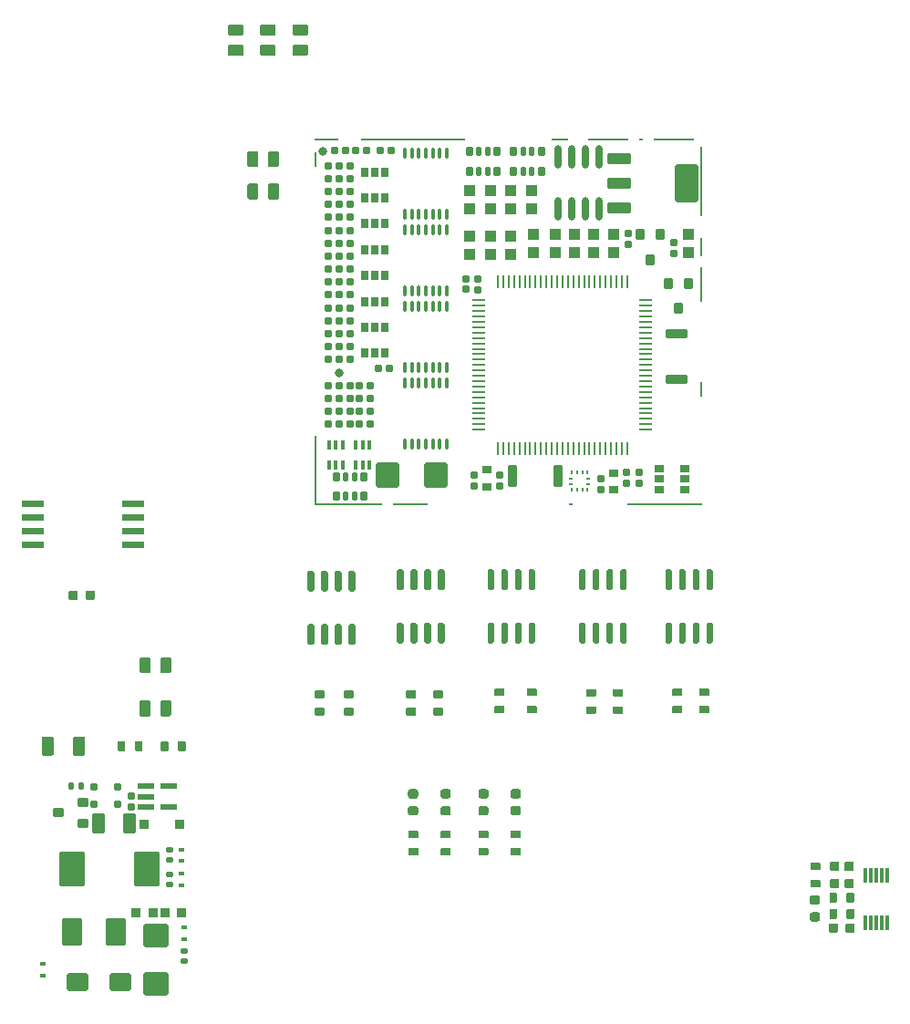
<source format=gtp>
G75*
G70*
%OFA0B0*%
%FSLAX25Y25*%
%IPPOS*%
%LPD*%
%AMOC8*
5,1,8,0,0,1.08239X$1,22.5*
%
%AMM208*
21,1,0.025590,0.026380,0.000000,-0.000000,180.000000*
21,1,0.020470,0.031500,0.000000,-0.000000,180.000000*
1,1,0.005120,-0.010240,0.013190*
1,1,0.005120,0.010240,0.013190*
1,1,0.005120,0.010240,-0.013190*
1,1,0.005120,-0.010240,-0.013190*
%
%AMM209*
21,1,0.017720,0.027950,0.000000,-0.000000,180.000000*
21,1,0.014170,0.031500,0.000000,-0.000000,180.000000*
1,1,0.003540,-0.007090,0.013980*
1,1,0.003540,0.007090,0.013980*
1,1,0.003540,0.007090,-0.013980*
1,1,0.003540,-0.007090,-0.013980*
%
%AMM210*
21,1,0.012600,0.028980,0.000000,-0.000000,0.000000*
21,1,0.010080,0.031500,0.000000,-0.000000,0.000000*
1,1,0.002520,0.005040,-0.014490*
1,1,0.002520,-0.005040,-0.014490*
1,1,0.002520,-0.005040,0.014490*
1,1,0.002520,0.005040,0.014490*
%
%AMM211*
21,1,0.023620,0.030710,0.000000,-0.000000,90.000000*
21,1,0.018900,0.035430,0.000000,-0.000000,90.000000*
1,1,0.004720,0.015350,0.009450*
1,1,0.004720,0.015350,-0.009450*
1,1,0.004720,-0.015350,-0.009450*
1,1,0.004720,-0.015350,0.009450*
%
%AMM212*
21,1,0.027560,0.018900,0.000000,-0.000000,0.000000*
21,1,0.022840,0.023620,0.000000,-0.000000,0.000000*
1,1,0.004720,0.011420,-0.009450*
1,1,0.004720,-0.011420,-0.009450*
1,1,0.004720,-0.011420,0.009450*
1,1,0.004720,0.011420,0.009450*
%
%AMM213*
21,1,0.031500,0.072440,0.000000,-0.000000,0.000000*
21,1,0.025200,0.078740,0.000000,-0.000000,0.000000*
1,1,0.006300,0.012600,-0.036220*
1,1,0.006300,-0.012600,-0.036220*
1,1,0.006300,-0.012600,0.036220*
1,1,0.006300,0.012600,0.036220*
%
%AMM214*
21,1,0.027560,0.018900,0.000000,-0.000000,90.000000*
21,1,0.022840,0.023620,0.000000,-0.000000,90.000000*
1,1,0.004720,0.009450,0.011420*
1,1,0.004720,0.009450,-0.011420*
1,1,0.004720,-0.009450,-0.011420*
1,1,0.004720,-0.009450,0.011420*
%
%AMM215*
21,1,0.023620,0.030710,0.000000,-0.000000,180.000000*
21,1,0.018900,0.035430,0.000000,-0.000000,180.000000*
1,1,0.004720,-0.009450,0.015350*
1,1,0.004720,0.009450,0.015350*
1,1,0.004720,0.009450,-0.015350*
1,1,0.004720,-0.009450,-0.015350*
%
%AMM216*
21,1,0.035430,0.030320,0.000000,-0.000000,180.000000*
21,1,0.028350,0.037400,0.000000,-0.000000,180.000000*
1,1,0.007090,-0.014170,0.015160*
1,1,0.007090,0.014170,0.015160*
1,1,0.007090,0.014170,-0.015160*
1,1,0.007090,-0.014170,-0.015160*
%
%AMM217*
21,1,0.043310,0.075980,0.000000,-0.000000,270.000000*
21,1,0.034650,0.084650,0.000000,-0.000000,270.000000*
1,1,0.008660,-0.037990,-0.017320*
1,1,0.008660,-0.037990,0.017320*
1,1,0.008660,0.037990,0.017320*
1,1,0.008660,0.037990,-0.017320*
%
%AMM218*
21,1,0.039370,0.035430,0.000000,-0.000000,270.000000*
21,1,0.031500,0.043310,0.000000,-0.000000,270.000000*
1,1,0.007870,-0.017720,-0.015750*
1,1,0.007870,-0.017720,0.015750*
1,1,0.007870,0.017720,0.015750*
1,1,0.007870,0.017720,-0.015750*
%
%AMM219*
21,1,0.027560,0.030710,0.000000,-0.000000,270.000000*
21,1,0.022050,0.036220,0.000000,-0.000000,270.000000*
1,1,0.005510,-0.015350,-0.011020*
1,1,0.005510,-0.015350,0.011020*
1,1,0.005510,0.015350,0.011020*
1,1,0.005510,0.015350,-0.011020*
%
%AMM220*
21,1,0.031500,0.072440,0.000000,-0.000000,270.000000*
21,1,0.025200,0.078740,0.000000,-0.000000,270.000000*
1,1,0.006300,-0.036220,-0.012600*
1,1,0.006300,-0.036220,0.012600*
1,1,0.006300,0.036220,0.012600*
1,1,0.006300,0.036220,-0.012600*
%
%AMM221*
21,1,0.137800,0.067720,0.000000,-0.000000,270.000000*
21,1,0.120870,0.084650,0.000000,-0.000000,270.000000*
1,1,0.016930,-0.033860,-0.060430*
1,1,0.016930,-0.033860,0.060430*
1,1,0.016930,0.033860,0.060430*
1,1,0.016930,0.033860,-0.060430*
%
%AMM222*
21,1,0.043310,0.075990,0.000000,-0.000000,270.000000*
21,1,0.034650,0.084650,0.000000,-0.000000,270.000000*
1,1,0.008660,-0.037990,-0.017320*
1,1,0.008660,-0.037990,0.017320*
1,1,0.008660,0.037990,0.017320*
1,1,0.008660,0.037990,-0.017320*
%
%AMM223*
21,1,0.086610,0.073230,0.000000,-0.000000,0.000000*
21,1,0.069290,0.090550,0.000000,-0.000000,0.000000*
1,1,0.017320,0.034650,-0.036610*
1,1,0.017320,-0.034650,-0.036610*
1,1,0.017320,-0.034650,0.036610*
1,1,0.017320,0.034650,0.036610*
%
%AMM36*
21,1,0.033470,0.026770,0.000000,0.000000,0.000000*
21,1,0.026770,0.033470,0.000000,0.000000,0.000000*
1,1,0.006690,0.013390,-0.013390*
1,1,0.006690,-0.013390,-0.013390*
1,1,0.006690,-0.013390,0.013390*
1,1,0.006690,0.013390,0.013390*
%
%AMM42*
21,1,0.035830,0.026770,0.000000,0.000000,0.000000*
21,1,0.029130,0.033470,0.000000,0.000000,0.000000*
1,1,0.006690,0.014570,-0.013390*
1,1,0.006690,-0.014570,-0.013390*
1,1,0.006690,-0.014570,0.013390*
1,1,0.006690,0.014570,0.013390*
%
%AMM44*
21,1,0.070870,0.036220,0.000000,0.000000,90.000000*
21,1,0.061810,0.045280,0.000000,0.000000,90.000000*
1,1,0.009060,0.018110,0.030910*
1,1,0.009060,0.018110,-0.030910*
1,1,0.009060,-0.018110,-0.030910*
1,1,0.009060,-0.018110,0.030910*
%
%AMM59*
21,1,0.086610,0.073230,0.000000,0.000000,270.000000*
21,1,0.069290,0.090550,0.000000,0.000000,270.000000*
1,1,0.017320,-0.036610,-0.034650*
1,1,0.017320,-0.036610,0.034650*
1,1,0.017320,0.036610,0.034650*
1,1,0.017320,0.036610,-0.034650*
%
%AMM60*
21,1,0.094490,0.111020,0.000000,0.000000,0.000000*
21,1,0.075590,0.129920,0.000000,0.000000,0.000000*
1,1,0.018900,0.037800,-0.055510*
1,1,0.018900,-0.037800,-0.055510*
1,1,0.018900,-0.037800,0.055510*
1,1,0.018900,0.037800,0.055510*
%
%AMM61*
21,1,0.074800,0.083460,0.000000,0.000000,0.000000*
21,1,0.059840,0.098430,0.000000,0.000000,0.000000*
1,1,0.014960,0.029920,-0.041730*
1,1,0.014960,-0.029920,-0.041730*
1,1,0.014960,-0.029920,0.041730*
1,1,0.014960,0.029920,0.041730*
%
%AMM62*
21,1,0.078740,0.053540,0.000000,0.000000,180.000000*
21,1,0.065350,0.066930,0.000000,0.000000,180.000000*
1,1,0.013390,-0.032680,0.026770*
1,1,0.013390,0.032680,0.026770*
1,1,0.013390,0.032680,-0.026770*
1,1,0.013390,-0.032680,-0.026770*
%
%AMM63*
21,1,0.035430,0.030320,0.000000,0.000000,90.000000*
21,1,0.028350,0.037400,0.000000,0.000000,90.000000*
1,1,0.007090,0.015160,0.014170*
1,1,0.007090,0.015160,-0.014170*
1,1,0.007090,-0.015160,-0.014170*
1,1,0.007090,-0.015160,0.014170*
%
%AMM64*
21,1,0.021650,0.052760,0.000000,0.000000,270.000000*
21,1,0.017320,0.057090,0.000000,0.000000,270.000000*
1,1,0.004330,-0.026380,-0.008660*
1,1,0.004330,-0.026380,0.008660*
1,1,0.004330,0.026380,0.008660*
1,1,0.004330,0.026380,-0.008660*
%
%AMM65*
21,1,0.015750,0.016540,0.000000,0.000000,270.000000*
21,1,0.012600,0.019680,0.000000,0.000000,270.000000*
1,1,0.003150,-0.008270,-0.006300*
1,1,0.003150,-0.008270,0.006300*
1,1,0.003150,0.008270,0.006300*
1,1,0.003150,0.008270,-0.006300*
%
%AMM66*
21,1,0.023620,0.018900,0.000000,0.000000,90.000000*
21,1,0.018900,0.023620,0.000000,0.000000,90.000000*
1,1,0.004720,0.009450,0.009450*
1,1,0.004720,0.009450,-0.009450*
1,1,0.004720,-0.009450,-0.009450*
1,1,0.004720,-0.009450,0.009450*
%
%AMM67*
21,1,0.019680,0.019680,0.000000,0.000000,0.000000*
21,1,0.015750,0.023620,0.000000,0.000000,0.000000*
1,1,0.003940,0.007870,-0.009840*
1,1,0.003940,-0.007870,-0.009840*
1,1,0.003940,-0.007870,0.009840*
1,1,0.003940,0.007870,0.009840*
%
%AMM68*
21,1,0.019680,0.019680,0.000000,0.000000,270.000000*
21,1,0.015750,0.023620,0.000000,0.000000,270.000000*
1,1,0.003940,-0.009840,-0.007870*
1,1,0.003940,-0.009840,0.007870*
1,1,0.003940,0.009840,0.007870*
1,1,0.003940,0.009840,-0.007870*
%
%ADD131M36*%
%ADD140M42*%
%ADD145M44*%
%ADD166M59*%
%ADD167M60*%
%ADD168M61*%
%ADD169M62*%
%ADD170M63*%
%ADD171M64*%
%ADD172M65*%
%ADD173M66*%
%ADD174M67*%
%ADD175M68*%
%ADD215O,0.01181X0.04331*%
%ADD222O,0.02362X0.08661*%
%ADD32R,0.14567X0.00787*%
%ADD33R,0.01575X0.00787*%
%ADD338M208*%
%ADD339M209*%
%ADD34R,0.06299X0.00787*%
%ADD340M210*%
%ADD341M211*%
%ADD342M212*%
%ADD343M213*%
%ADD344M214*%
%ADD345M215*%
%ADD346M216*%
%ADD347M217*%
%ADD348M218*%
%ADD349M219*%
%ADD35R,0.38189X0.00787*%
%ADD350M220*%
%ADD351M221*%
%ADD352M222*%
%ADD353M223*%
%ADD36R,0.09055X0.00787*%
%ADD37R,0.00787X0.05512*%
%ADD38R,0.00787X0.25197*%
%ADD39R,0.00787X0.06693*%
%ADD396R,0.01181X0.05512*%
%ADD40R,0.00787X0.12992*%
%ADD41R,0.27559X0.00787*%
%ADD42R,0.12992X0.00787*%
%ADD43R,0.24803X0.00787*%
%ADD45C,0.03150*%
%ADD74O,0.04724X0.00866*%
%ADD75O,0.00866X0.04724*%
%ADD79R,0.01378X0.00984*%
%ADD80R,0.00984X0.01378*%
X0000000Y0000000D02*
%LPD*%
G01*
G36*
G01*
X0125610Y0138386D02*
X0128681Y0138386D01*
G75*
G02*
X0128957Y0138110I0000000J-000276D01*
G01*
X0128957Y0135906D01*
G75*
G02*
X0128681Y0135630I-000276J0000000D01*
G01*
X0125610Y0135630D01*
G75*
G02*
X0125335Y0135906I0000000J0000276D01*
G01*
X0125335Y0138110D01*
G75*
G02*
X0125610Y0138386I0000276J0000000D01*
G01*
G37*
G36*
G01*
X0125610Y0132087D02*
X0128681Y0132087D01*
G75*
G02*
X0128957Y0131811I0000000J-000276D01*
G01*
X0128957Y0129606D01*
G75*
G02*
X0128681Y0129331I-000276J0000000D01*
G01*
X0125610Y0129331D01*
G75*
G02*
X0125335Y0129606I0000000J0000276D01*
G01*
X0125335Y0131811D01*
G75*
G02*
X0125610Y0132087I0000276J0000000D01*
G01*
G37*
G36*
G01*
X0227913Y0129921D02*
X0224843Y0129921D01*
G75*
G02*
X0224567Y0130197I0000000J0000276D01*
G01*
X0224567Y0132402D01*
G75*
G02*
X0224843Y0132677I0000276J0000000D01*
G01*
X0227913Y0132677D01*
G75*
G02*
X0228189Y0132402I0000000J-000276D01*
G01*
X0228189Y0130197D01*
G75*
G02*
X0227913Y0129921I-000276J0000000D01*
G01*
G37*
G36*
G01*
X0227913Y0136220D02*
X0224843Y0136220D01*
G75*
G02*
X0224567Y0136496I0000000J0000276D01*
G01*
X0224567Y0138701D01*
G75*
G02*
X0224843Y0138976I0000276J0000000D01*
G01*
X0227913Y0138976D01*
G75*
G02*
X0228189Y0138701I0000000J-000276D01*
G01*
X0228189Y0136496D01*
G75*
G02*
X0227913Y0136220I-000276J0000000D01*
G01*
G37*
G36*
G01*
X0063031Y0192692D02*
X0063031Y0190694D01*
G75*
G02*
X0062869Y0190531I-000163J0000000D01*
G01*
X0055241Y0190531D01*
G75*
G02*
X0055079Y0190694I0000000J0000163D01*
G01*
X0055079Y0192692D01*
G75*
G02*
X0055241Y0192854I0000163J0000000D01*
G01*
X0062869Y0192854D01*
G75*
G02*
X0063031Y0192692I0000000J-000163D01*
G01*
G37*
G36*
G01*
X0063031Y0197692D02*
X0063031Y0195694D01*
G75*
G02*
X0062869Y0195531I-000163J0000000D01*
G01*
X0055241Y0195531D01*
G75*
G02*
X0055079Y0195694I0000000J0000163D01*
G01*
X0055079Y0197692D01*
G75*
G02*
X0055241Y0197854I0000163J0000000D01*
G01*
X0062869Y0197854D01*
G75*
G02*
X0063031Y0197692I0000000J-000163D01*
G01*
G37*
G36*
G01*
X0063031Y0202692D02*
X0063031Y0200694D01*
G75*
G02*
X0062869Y0200531I-000163J0000000D01*
G01*
X0055241Y0200531D01*
G75*
G02*
X0055079Y0200694I0000000J0000163D01*
G01*
X0055079Y0202692D01*
G75*
G02*
X0055241Y0202854I0000163J0000000D01*
G01*
X0062869Y0202854D01*
G75*
G02*
X0063031Y0202692I0000000J-000163D01*
G01*
G37*
G36*
G01*
X0063031Y0207692D02*
X0063031Y0205694D01*
G75*
G02*
X0062869Y0205531I-000163J0000000D01*
G01*
X0055241Y0205531D01*
G75*
G02*
X0055079Y0205694I0000000J0000163D01*
G01*
X0055079Y0207692D01*
G75*
G02*
X0055241Y0207854I0000163J0000000D01*
G01*
X0062869Y0207854D01*
G75*
G02*
X0063031Y0207692I0000000J-000163D01*
G01*
G37*
G36*
G01*
X0026181Y0207692D02*
X0026181Y0205694D01*
G75*
G02*
X0026019Y0205531I-000163J0000000D01*
G01*
X0018391Y0205531D01*
G75*
G02*
X0018228Y0205694I0000000J0000163D01*
G01*
X0018228Y0207692D01*
G75*
G02*
X0018391Y0207854I0000163J0000000D01*
G01*
X0026019Y0207854D01*
G75*
G02*
X0026181Y0207692I0000000J-000163D01*
G01*
G37*
G36*
G01*
X0026181Y0202692D02*
X0026181Y0200694D01*
G75*
G02*
X0026019Y0200531I-000163J0000000D01*
G01*
X0018391Y0200531D01*
G75*
G02*
X0018228Y0200694I0000000J0000163D01*
G01*
X0018228Y0202692D01*
G75*
G02*
X0018391Y0202854I0000163J0000000D01*
G01*
X0026019Y0202854D01*
G75*
G02*
X0026181Y0202692I0000000J-000163D01*
G01*
G37*
G36*
G01*
X0026181Y0197692D02*
X0026181Y0195694D01*
G75*
G02*
X0026019Y0195531I-000163J0000000D01*
G01*
X0018391Y0195531D01*
G75*
G02*
X0018228Y0195694I0000000J0000163D01*
G01*
X0018228Y0197692D01*
G75*
G02*
X0018391Y0197854I0000163J0000000D01*
G01*
X0026019Y0197854D01*
G75*
G02*
X0026181Y0197692I0000000J-000163D01*
G01*
G37*
G36*
G01*
X0026181Y0192692D02*
X0026181Y0190694D01*
G75*
G02*
X0026019Y0190531I-000163J0000000D01*
G01*
X0018391Y0190531D01*
G75*
G02*
X0018228Y0190694I0000000J0000163D01*
G01*
X0018228Y0192692D01*
G75*
G02*
X0018391Y0192854I0000163J0000000D01*
G01*
X0026019Y0192854D01*
G75*
G02*
X0026181Y0192692I0000000J-000163D01*
G01*
G37*
G36*
G01*
X0061417Y0145177D02*
X0061417Y0150098D01*
G75*
G02*
X0061811Y0150492I0000394J0000000D01*
G01*
X0064961Y0150492D01*
G75*
G02*
X0065354Y0150098I0000000J-000394D01*
G01*
X0065354Y0145177D01*
G75*
G02*
X0064961Y0144783I-000394J0000000D01*
G01*
X0061811Y0144783D01*
G75*
G02*
X0061417Y0145177I0000000J0000394D01*
G01*
G37*
G36*
G01*
X0068898Y0145177D02*
X0068898Y0150098D01*
G75*
G02*
X0069291Y0150492I0000394J0000000D01*
G01*
X0072441Y0150492D01*
G75*
G02*
X0072835Y0150098I0000000J-000394D01*
G01*
X0072835Y0145177D01*
G75*
G02*
X0072441Y0144783I-000394J0000000D01*
G01*
X0069291Y0144783D01*
G75*
G02*
X0068898Y0145177I0000000J0000394D01*
G01*
G37*
G36*
G01*
X0162953Y0078150D02*
X0159882Y0078150D01*
G75*
G02*
X0159606Y0078425I0000000J0000276D01*
G01*
X0159606Y0080630D01*
G75*
G02*
X0159882Y0080906I0000276J0000000D01*
G01*
X0162953Y0080906D01*
G75*
G02*
X0163228Y0080630I0000000J-000276D01*
G01*
X0163228Y0078425D01*
G75*
G02*
X0162953Y0078150I-000276J0000000D01*
G01*
G37*
G36*
G01*
X0162953Y0084449D02*
X0159882Y0084449D01*
G75*
G02*
X0159606Y0084724I0000000J0000276D01*
G01*
X0159606Y0086929D01*
G75*
G02*
X0159882Y0087205I0000276J0000000D01*
G01*
X0162953Y0087205D01*
G75*
G02*
X0163228Y0086929I0000000J-000276D01*
G01*
X0163228Y0084724D01*
G75*
G02*
X0162953Y0084449I-000276J0000000D01*
G01*
G37*
G36*
G01*
X0200354Y0078150D02*
X0197283Y0078150D01*
G75*
G02*
X0197008Y0078425I0000000J0000276D01*
G01*
X0197008Y0080630D01*
G75*
G02*
X0197283Y0080906I0000276J0000000D01*
G01*
X0200354Y0080906D01*
G75*
G02*
X0200630Y0080630I0000000J-000276D01*
G01*
X0200630Y0078425D01*
G75*
G02*
X0200354Y0078150I-000276J0000000D01*
G01*
G37*
G36*
G01*
X0200354Y0084449D02*
X0197283Y0084449D01*
G75*
G02*
X0197008Y0084724I0000000J0000276D01*
G01*
X0197008Y0086929D01*
G75*
G02*
X0197283Y0087205I0000276J0000000D01*
G01*
X0200354Y0087205D01*
G75*
G02*
X0200630Y0086929I0000000J-000276D01*
G01*
X0200630Y0084724D01*
G75*
G02*
X0200354Y0084449I-000276J0000000D01*
G01*
G37*
G36*
G01*
X0162308Y0092766D02*
X0160290Y0092766D01*
G75*
G02*
X0159429Y0093627I0000000J0000861D01*
G01*
X0159429Y0095349D01*
G75*
G02*
X0160290Y0096211I0000861J0000000D01*
G01*
X0162308Y0096211D01*
G75*
G02*
X0163169Y0095349I0000000J-000861D01*
G01*
X0163169Y0093627D01*
G75*
G02*
X0162308Y0092766I-000861J0000000D01*
G01*
G37*
G36*
G01*
X0162308Y0098967D02*
X0160290Y0098967D01*
G75*
G02*
X0159429Y0099828I0000000J0000861D01*
G01*
X0159429Y0101550D01*
G75*
G02*
X0160290Y0102411I0000861J0000000D01*
G01*
X0162308Y0102411D01*
G75*
G02*
X0163169Y0101550I0000000J-000861D01*
G01*
X0163169Y0099828D01*
G75*
G02*
X0162308Y0098967I-000861J0000000D01*
G01*
G37*
G36*
G01*
X0157224Y0155610D02*
X0156043Y0155610D01*
G75*
G02*
X0155453Y0156201I0000000J0000591D01*
G01*
X0155453Y0162697D01*
G75*
G02*
X0156043Y0163287I0000591J0000000D01*
G01*
X0157224Y0163287D01*
G75*
G02*
X0157815Y0162697I0000000J-000591D01*
G01*
X0157815Y0156201D01*
G75*
G02*
X0157224Y0155610I-000591J0000000D01*
G01*
G37*
G36*
G01*
X0162224Y0155610D02*
X0161043Y0155610D01*
G75*
G02*
X0160453Y0156201I0000000J0000591D01*
G01*
X0160453Y0162697D01*
G75*
G02*
X0161043Y0163287I0000591J0000000D01*
G01*
X0162224Y0163287D01*
G75*
G02*
X0162815Y0162697I0000000J-000591D01*
G01*
X0162815Y0156201D01*
G75*
G02*
X0162224Y0155610I-000591J0000000D01*
G01*
G37*
G36*
G01*
X0167224Y0155610D02*
X0166043Y0155610D01*
G75*
G02*
X0165453Y0156201I0000000J0000591D01*
G01*
X0165453Y0162697D01*
G75*
G02*
X0166043Y0163287I0000591J0000000D01*
G01*
X0167224Y0163287D01*
G75*
G02*
X0167815Y0162697I0000000J-000591D01*
G01*
X0167815Y0156201D01*
G75*
G02*
X0167224Y0155610I-000591J0000000D01*
G01*
G37*
G36*
G01*
X0172224Y0155610D02*
X0171043Y0155610D01*
G75*
G02*
X0170453Y0156201I0000000J0000591D01*
G01*
X0170453Y0162697D01*
G75*
G02*
X0171043Y0163287I0000591J0000000D01*
G01*
X0172224Y0163287D01*
G75*
G02*
X0172815Y0162697I0000000J-000591D01*
G01*
X0172815Y0156201D01*
G75*
G02*
X0172224Y0155610I-000591J0000000D01*
G01*
G37*
G36*
G01*
X0172224Y0175098D02*
X0171043Y0175098D01*
G75*
G02*
X0170453Y0175689I0000000J0000591D01*
G01*
X0170453Y0182185D01*
G75*
G02*
X0171043Y0182776I0000591J0000000D01*
G01*
X0172224Y0182776D01*
G75*
G02*
X0172815Y0182185I0000000J-000591D01*
G01*
X0172815Y0175689D01*
G75*
G02*
X0172224Y0175098I-000591J0000000D01*
G01*
G37*
G36*
G01*
X0167224Y0175098D02*
X0166043Y0175098D01*
G75*
G02*
X0165453Y0175689I0000000J0000591D01*
G01*
X0165453Y0182185D01*
G75*
G02*
X0166043Y0182776I0000591J0000000D01*
G01*
X0167224Y0182776D01*
G75*
G02*
X0167815Y0182185I0000000J-000591D01*
G01*
X0167815Y0175689D01*
G75*
G02*
X0167224Y0175098I-000591J0000000D01*
G01*
G37*
G36*
G01*
X0162224Y0175098D02*
X0161043Y0175098D01*
G75*
G02*
X0160453Y0175689I0000000J0000591D01*
G01*
X0160453Y0182185D01*
G75*
G02*
X0161043Y0182776I0000591J0000000D01*
G01*
X0162224Y0182776D01*
G75*
G02*
X0162815Y0182185I0000000J-000591D01*
G01*
X0162815Y0175689D01*
G75*
G02*
X0162224Y0175098I-000591J0000000D01*
G01*
G37*
G36*
G01*
X0157224Y0175098D02*
X0156043Y0175098D01*
G75*
G02*
X0155453Y0175689I0000000J0000591D01*
G01*
X0155453Y0182185D01*
G75*
G02*
X0156043Y0182776I0000591J0000000D01*
G01*
X0157224Y0182776D01*
G75*
G02*
X0157815Y0182185I0000000J-000591D01*
G01*
X0157815Y0175689D01*
G75*
G02*
X0157224Y0175098I-000591J0000000D01*
G01*
G37*
G36*
G01*
X0105807Y0381890D02*
X0110728Y0381890D01*
G75*
G02*
X0111122Y0381496I0000000J-000394D01*
G01*
X0111122Y0378346D01*
G75*
G02*
X0110728Y0377953I-000394J0000000D01*
G01*
X0105807Y0377953D01*
G75*
G02*
X0105413Y0378346I0000000J0000394D01*
G01*
X0105413Y0381496D01*
G75*
G02*
X0105807Y0381890I0000394J0000000D01*
G01*
G37*
G36*
G01*
X0105807Y0374409D02*
X0110728Y0374409D01*
G75*
G02*
X0111122Y0374016I0000000J-000394D01*
G01*
X0111122Y0370866D01*
G75*
G02*
X0110728Y0370472I-000394J0000000D01*
G01*
X0105807Y0370472D01*
G75*
G02*
X0105413Y0370866I0000000J0000394D01*
G01*
X0105413Y0374016D01*
G75*
G02*
X0105807Y0374409I0000394J0000000D01*
G01*
G37*
G36*
G01*
X0168917Y0138386D02*
X0171988Y0138386D01*
G75*
G02*
X0172264Y0138110I0000000J-000276D01*
G01*
X0172264Y0135906D01*
G75*
G02*
X0171988Y0135630I-000276J0000000D01*
G01*
X0168917Y0135630D01*
G75*
G02*
X0168642Y0135906I0000000J0000276D01*
G01*
X0168642Y0138110D01*
G75*
G02*
X0168917Y0138386I0000276J0000000D01*
G01*
G37*
G36*
G01*
X0168917Y0132087D02*
X0171988Y0132087D01*
G75*
G02*
X0172264Y0131811I0000000J-000276D01*
G01*
X0172264Y0129606D01*
G75*
G02*
X0171988Y0129331I-000276J0000000D01*
G01*
X0168917Y0129331D01*
G75*
G02*
X0168642Y0129606I0000000J0000276D01*
G01*
X0168642Y0131811D01*
G75*
G02*
X0168917Y0132087I0000276J0000000D01*
G01*
G37*
G36*
G01*
X0194449Y0130118D02*
X0191378Y0130118D01*
G75*
G02*
X0191102Y0130394I0000000J0000276D01*
G01*
X0191102Y0132598D01*
G75*
G02*
X0191378Y0132874I0000276J0000000D01*
G01*
X0194449Y0132874D01*
G75*
G02*
X0194724Y0132598I0000000J-000276D01*
G01*
X0194724Y0130394D01*
G75*
G02*
X0194449Y0130118I-000276J0000000D01*
G01*
G37*
G36*
G01*
X0194449Y0136417D02*
X0191378Y0136417D01*
G75*
G02*
X0191102Y0136693I0000000J0000276D01*
G01*
X0191102Y0138898D01*
G75*
G02*
X0191378Y0139173I0000276J0000000D01*
G01*
X0194449Y0139173D01*
G75*
G02*
X0194724Y0138898I0000000J-000276D01*
G01*
X0194724Y0136693D01*
G75*
G02*
X0194449Y0136417I-000276J0000000D01*
G01*
G37*
G36*
G01*
X0159075Y0138386D02*
X0162146Y0138386D01*
G75*
G02*
X0162421Y0138110I0000000J-000276D01*
G01*
X0162421Y0135906D01*
G75*
G02*
X0162146Y0135630I-000276J0000000D01*
G01*
X0159075Y0135630D01*
G75*
G02*
X0158799Y0135906I0000000J0000276D01*
G01*
X0158799Y0138110D01*
G75*
G02*
X0159075Y0138386I0000276J0000000D01*
G01*
G37*
G36*
G01*
X0159075Y0132087D02*
X0162146Y0132087D01*
G75*
G02*
X0162421Y0131811I0000000J-000276D01*
G01*
X0162421Y0129606D01*
G75*
G02*
X0162146Y0129331I-000276J0000000D01*
G01*
X0159075Y0129331D01*
G75*
G02*
X0158799Y0129606I0000000J0000276D01*
G01*
X0158799Y0131811D01*
G75*
G02*
X0159075Y0132087I0000276J0000000D01*
G01*
G37*
G36*
G01*
X0266181Y0139173D02*
X0269252Y0139173D01*
G75*
G02*
X0269528Y0138898I0000000J-000276D01*
G01*
X0269528Y0136693D01*
G75*
G02*
X0269252Y0136417I-000276J0000000D01*
G01*
X0266181Y0136417D01*
G75*
G02*
X0265906Y0136693I0000000J0000276D01*
G01*
X0265906Y0138898D01*
G75*
G02*
X0266181Y0139173I0000276J0000000D01*
G01*
G37*
G36*
G01*
X0266181Y0132874D02*
X0269252Y0132874D01*
G75*
G02*
X0269528Y0132598I0000000J-000276D01*
G01*
X0269528Y0130394D01*
G75*
G02*
X0269252Y0130118I-000276J0000000D01*
G01*
X0266181Y0130118D01*
G75*
G02*
X0265906Y0130394I0000000J0000276D01*
G01*
X0265906Y0132598D01*
G75*
G02*
X0266181Y0132874I0000276J0000000D01*
G01*
G37*
G36*
G01*
X0093996Y0381890D02*
X0098917Y0381890D01*
G75*
G02*
X0099311Y0381496I0000000J-000394D01*
G01*
X0099311Y0378346D01*
G75*
G02*
X0098917Y0377953I-000394J0000000D01*
G01*
X0093996Y0377953D01*
G75*
G02*
X0093602Y0378346I0000000J0000394D01*
G01*
X0093602Y0381496D01*
G75*
G02*
X0093996Y0381890I0000394J0000000D01*
G01*
G37*
G36*
G01*
X0093996Y0374409D02*
X0098917Y0374409D01*
G75*
G02*
X0099311Y0374016I0000000J-000394D01*
G01*
X0099311Y0370866D01*
G75*
G02*
X0098917Y0370472I-000394J0000000D01*
G01*
X0093996Y0370472D01*
G75*
G02*
X0093602Y0370866I0000000J0000394D01*
G01*
X0093602Y0374016D01*
G75*
G02*
X0093996Y0374409I0000394J0000000D01*
G01*
G37*
G36*
G01*
X0100787Y0318406D02*
X0100787Y0323327D01*
G75*
G02*
X0101181Y0323720I0000394J0000000D01*
G01*
X0104331Y0323720D01*
G75*
G02*
X0104724Y0323327I0000000J-000394D01*
G01*
X0104724Y0318406D01*
G75*
G02*
X0104331Y0318012I-000394J0000000D01*
G01*
X0101181Y0318012D01*
G75*
G02*
X0100787Y0318406I0000000J0000394D01*
G01*
G37*
G36*
G01*
X0108268Y0318406D02*
X0108268Y0323327D01*
G75*
G02*
X0108661Y0323720I0000394J0000000D01*
G01*
X0111811Y0323720D01*
G75*
G02*
X0112205Y0323327I0000000J-000394D01*
G01*
X0112205Y0318406D01*
G75*
G02*
X0111811Y0318012I-000394J0000000D01*
G01*
X0108661Y0318012D01*
G75*
G02*
X0108268Y0318406I0000000J0000394D01*
G01*
G37*
G36*
G01*
X0174764Y0078150D02*
X0171693Y0078150D01*
G75*
G02*
X0171417Y0078425I0000000J0000276D01*
G01*
X0171417Y0080630D01*
G75*
G02*
X0171693Y0080906I0000276J0000000D01*
G01*
X0174764Y0080906D01*
G75*
G02*
X0175039Y0080630I0000000J-000276D01*
G01*
X0175039Y0078425D01*
G75*
G02*
X0174764Y0078150I-000276J0000000D01*
G01*
G37*
G36*
G01*
X0174764Y0084449D02*
X0171693Y0084449D01*
G75*
G02*
X0171417Y0084724I0000000J0000276D01*
G01*
X0171417Y0086929D01*
G75*
G02*
X0171693Y0087205I0000276J0000000D01*
G01*
X0174764Y0087205D01*
G75*
G02*
X0175039Y0086929I0000000J-000276D01*
G01*
X0175039Y0084724D01*
G75*
G02*
X0174764Y0084449I-000276J0000000D01*
G01*
G37*
G36*
G01*
X0100787Y0330217D02*
X0100787Y0335138D01*
G75*
G02*
X0101181Y0335531I0000394J0000000D01*
G01*
X0104331Y0335531D01*
G75*
G02*
X0104724Y0335138I0000000J-000394D01*
G01*
X0104724Y0330217D01*
G75*
G02*
X0104331Y0329823I-000394J0000000D01*
G01*
X0101181Y0329823D01*
G75*
G02*
X0100787Y0330217I0000000J0000394D01*
G01*
G37*
G36*
G01*
X0108268Y0330217D02*
X0108268Y0335138D01*
G75*
G02*
X0108661Y0335531I0000394J0000000D01*
G01*
X0111811Y0335531D01*
G75*
G02*
X0112205Y0335138I0000000J-000394D01*
G01*
X0112205Y0330217D01*
G75*
G02*
X0111811Y0329823I-000394J0000000D01*
G01*
X0108661Y0329823D01*
G75*
G02*
X0108268Y0330217I0000000J0000394D01*
G01*
G37*
G36*
G01*
X0223780Y0155610D02*
X0222598Y0155610D01*
G75*
G02*
X0222008Y0156201I0000000J0000591D01*
G01*
X0222008Y0162697D01*
G75*
G02*
X0222598Y0163287I0000591J0000000D01*
G01*
X0223780Y0163287D01*
G75*
G02*
X0224370Y0162697I0000000J-000591D01*
G01*
X0224370Y0156201D01*
G75*
G02*
X0223780Y0155610I-000591J0000000D01*
G01*
G37*
G36*
G01*
X0228780Y0155610D02*
X0227598Y0155610D01*
G75*
G02*
X0227008Y0156201I0000000J0000591D01*
G01*
X0227008Y0162697D01*
G75*
G02*
X0227598Y0163287I0000591J0000000D01*
G01*
X0228780Y0163287D01*
G75*
G02*
X0229370Y0162697I0000000J-000591D01*
G01*
X0229370Y0156201D01*
G75*
G02*
X0228780Y0155610I-000591J0000000D01*
G01*
G37*
G36*
G01*
X0233780Y0155610D02*
X0232598Y0155610D01*
G75*
G02*
X0232008Y0156201I0000000J0000591D01*
G01*
X0232008Y0162697D01*
G75*
G02*
X0232598Y0163287I0000591J0000000D01*
G01*
X0233780Y0163287D01*
G75*
G02*
X0234370Y0162697I0000000J-000591D01*
G01*
X0234370Y0156201D01*
G75*
G02*
X0233780Y0155610I-000591J0000000D01*
G01*
G37*
G36*
G01*
X0238780Y0155610D02*
X0237598Y0155610D01*
G75*
G02*
X0237008Y0156201I0000000J0000591D01*
G01*
X0237008Y0162697D01*
G75*
G02*
X0237598Y0163287I0000591J0000000D01*
G01*
X0238780Y0163287D01*
G75*
G02*
X0239370Y0162697I0000000J-000591D01*
G01*
X0239370Y0156201D01*
G75*
G02*
X0238780Y0155610I-000591J0000000D01*
G01*
G37*
G36*
G01*
X0238780Y0175098D02*
X0237598Y0175098D01*
G75*
G02*
X0237008Y0175689I0000000J0000591D01*
G01*
X0237008Y0182185D01*
G75*
G02*
X0237598Y0182776I0000591J0000000D01*
G01*
X0238780Y0182776D01*
G75*
G02*
X0239370Y0182185I0000000J-000591D01*
G01*
X0239370Y0175689D01*
G75*
G02*
X0238780Y0175098I-000591J0000000D01*
G01*
G37*
G36*
G01*
X0233780Y0175098D02*
X0232598Y0175098D01*
G75*
G02*
X0232008Y0175689I0000000J0000591D01*
G01*
X0232008Y0182185D01*
G75*
G02*
X0232598Y0182776I0000591J0000000D01*
G01*
X0233780Y0182776D01*
G75*
G02*
X0234370Y0182185I0000000J-000591D01*
G01*
X0234370Y0175689D01*
G75*
G02*
X0233780Y0175098I-000591J0000000D01*
G01*
G37*
G36*
G01*
X0228780Y0175098D02*
X0227598Y0175098D01*
G75*
G02*
X0227008Y0175689I0000000J0000591D01*
G01*
X0227008Y0182185D01*
G75*
G02*
X0227598Y0182776I0000591J0000000D01*
G01*
X0228780Y0182776D01*
G75*
G02*
X0229370Y0182185I0000000J-000591D01*
G01*
X0229370Y0175689D01*
G75*
G02*
X0228780Y0175098I-000591J0000000D01*
G01*
G37*
G36*
G01*
X0223780Y0175098D02*
X0222598Y0175098D01*
G75*
G02*
X0222008Y0175689I0000000J0000591D01*
G01*
X0222008Y0182185D01*
G75*
G02*
X0222598Y0182776I0000591J0000000D01*
G01*
X0223780Y0182776D01*
G75*
G02*
X0224370Y0182185I0000000J-000591D01*
G01*
X0224370Y0175689D01*
G75*
G02*
X0223780Y0175098I-000591J0000000D01*
G01*
G37*
G36*
G01*
X0061417Y0129429D02*
X0061417Y0134350D01*
G75*
G02*
X0061811Y0134744I0000394J0000000D01*
G01*
X0064961Y0134744D01*
G75*
G02*
X0065354Y0134350I0000000J-000394D01*
G01*
X0065354Y0129429D01*
G75*
G02*
X0064961Y0129035I-000394J0000000D01*
G01*
X0061811Y0129035D01*
G75*
G02*
X0061417Y0129429I0000000J0000394D01*
G01*
G37*
G36*
G01*
X0068898Y0129429D02*
X0068898Y0134350D01*
G75*
G02*
X0069291Y0134744I0000394J0000000D01*
G01*
X0072441Y0134744D01*
G75*
G02*
X0072835Y0134350I0000000J-000394D01*
G01*
X0072835Y0129429D01*
G75*
G02*
X0072441Y0129035I-000394J0000000D01*
G01*
X0069291Y0129035D01*
G75*
G02*
X0068898Y0129429I0000000J0000394D01*
G01*
G37*
G36*
G01*
X0199828Y0092766D02*
X0197810Y0092766D01*
G75*
G02*
X0196949Y0093627I0000000J0000861D01*
G01*
X0196949Y0095349D01*
G75*
G02*
X0197810Y0096211I0000861J0000000D01*
G01*
X0199828Y0096211D01*
G75*
G02*
X0200689Y0095349I0000000J-000861D01*
G01*
X0200689Y0093627D01*
G75*
G02*
X0199828Y0092766I-000861J0000000D01*
G01*
G37*
G36*
G01*
X0199828Y0098967D02*
X0197810Y0098967D01*
G75*
G02*
X0196949Y0099828I0000000J0000861D01*
G01*
X0196949Y0101550D01*
G75*
G02*
X0197810Y0102411I0000861J0000000D01*
G01*
X0199828Y0102411D01*
G75*
G02*
X0200689Y0101550I0000000J-000861D01*
G01*
X0200689Y0099828D01*
G75*
G02*
X0199828Y0098967I-000861J0000000D01*
G01*
G37*
G36*
G01*
X0037815Y0121654D02*
X0040532Y0121654D01*
G75*
G02*
X0041437Y0120748I0000000J-000906D01*
G01*
X0041437Y0115472D01*
G75*
G02*
X0040532Y0114567I-000906J0000000D01*
G01*
X0037815Y0114567D01*
G75*
G02*
X0036909Y0115472I0000000J0000906D01*
G01*
X0036909Y0120748D01*
G75*
G02*
X0037815Y0121654I0000906J0000000D01*
G01*
G37*
G36*
G01*
X0026398Y0121654D02*
X0029114Y0121654D01*
G75*
G02*
X0030020Y0120748I0000000J-000906D01*
G01*
X0030020Y0115472D01*
G75*
G02*
X0029114Y0114567I-000906J0000000D01*
G01*
X0026398Y0114567D01*
G75*
G02*
X0025492Y0115472I0000000J0000906D01*
G01*
X0025492Y0120748D01*
G75*
G02*
X0026398Y0121654I0000906J0000000D01*
G01*
G37*
G36*
G01*
X0206260Y0130118D02*
X0203189Y0130118D01*
G75*
G02*
X0202913Y0130394I0000000J0000276D01*
G01*
X0202913Y0132598D01*
G75*
G02*
X0203189Y0132874I0000276J0000000D01*
G01*
X0206260Y0132874D01*
G75*
G02*
X0206535Y0132598I0000000J-000276D01*
G01*
X0206535Y0130394D01*
G75*
G02*
X0206260Y0130118I-000276J0000000D01*
G01*
G37*
G36*
G01*
X0206260Y0136417D02*
X0203189Y0136417D01*
G75*
G02*
X0202913Y0136693I0000000J0000276D01*
G01*
X0202913Y0138898D01*
G75*
G02*
X0203189Y0139173I0000276J0000000D01*
G01*
X0206260Y0139173D01*
G75*
G02*
X0206535Y0138898I0000000J-000276D01*
G01*
X0206535Y0136693D01*
G75*
G02*
X0206260Y0136417I-000276J0000000D01*
G01*
G37*
G36*
G01*
X0062402Y0119646D02*
X0062402Y0116575D01*
G75*
G02*
X0062126Y0116299I-000276J0000000D01*
G01*
X0059921Y0116299D01*
G75*
G02*
X0059646Y0116575I0000000J0000276D01*
G01*
X0059646Y0119646D01*
G75*
G02*
X0059921Y0119921I0000276J0000000D01*
G01*
X0062126Y0119921D01*
G75*
G02*
X0062402Y0119646I0000000J-000276D01*
G01*
G37*
G36*
G01*
X0056102Y0119646D02*
X0056102Y0116575D01*
G75*
G02*
X0055827Y0116299I-000276J0000000D01*
G01*
X0053622Y0116299D01*
G75*
G02*
X0053346Y0116575I0000000J0000276D01*
G01*
X0053346Y0119646D01*
G75*
G02*
X0053622Y0119921I0000276J0000000D01*
G01*
X0055827Y0119921D01*
G75*
G02*
X0056102Y0119646I0000000J-000276D01*
G01*
G37*
G36*
G01*
X0117618Y0381890D02*
X0122539Y0381890D01*
G75*
G02*
X0122933Y0381496I0000000J-000394D01*
G01*
X0122933Y0378346D01*
G75*
G02*
X0122539Y0377953I-000394J0000000D01*
G01*
X0117618Y0377953D01*
G75*
G02*
X0117224Y0378346I0000000J0000394D01*
G01*
X0117224Y0381496D01*
G75*
G02*
X0117618Y0381890I0000394J0000000D01*
G01*
G37*
G36*
G01*
X0117618Y0374409D02*
X0122539Y0374409D01*
G75*
G02*
X0122933Y0374016I0000000J-000394D01*
G01*
X0122933Y0370866D01*
G75*
G02*
X0122539Y0370472I-000394J0000000D01*
G01*
X0117618Y0370472D01*
G75*
G02*
X0117224Y0370866I0000000J0000394D01*
G01*
X0117224Y0374016D01*
G75*
G02*
X0117618Y0374409I0000394J0000000D01*
G01*
G37*
G36*
G01*
X0124547Y0155118D02*
X0123366Y0155118D01*
G75*
G02*
X0122776Y0155709I0000000J0000591D01*
G01*
X0122776Y0162205D01*
G75*
G02*
X0123366Y0162795I0000591J0000000D01*
G01*
X0124547Y0162795D01*
G75*
G02*
X0125138Y0162205I0000000J-000591D01*
G01*
X0125138Y0155709D01*
G75*
G02*
X0124547Y0155118I-000591J0000000D01*
G01*
G37*
G36*
G01*
X0129547Y0155118D02*
X0128366Y0155118D01*
G75*
G02*
X0127776Y0155709I0000000J0000591D01*
G01*
X0127776Y0162205D01*
G75*
G02*
X0128366Y0162795I0000591J0000000D01*
G01*
X0129547Y0162795D01*
G75*
G02*
X0130138Y0162205I0000000J-000591D01*
G01*
X0130138Y0155709D01*
G75*
G02*
X0129547Y0155118I-000591J0000000D01*
G01*
G37*
G36*
G01*
X0134547Y0155118D02*
X0133366Y0155118D01*
G75*
G02*
X0132776Y0155709I0000000J0000591D01*
G01*
X0132776Y0162205D01*
G75*
G02*
X0133366Y0162795I0000591J0000000D01*
G01*
X0134547Y0162795D01*
G75*
G02*
X0135138Y0162205I0000000J-000591D01*
G01*
X0135138Y0155709D01*
G75*
G02*
X0134547Y0155118I-000591J0000000D01*
G01*
G37*
G36*
G01*
X0139547Y0155118D02*
X0138366Y0155118D01*
G75*
G02*
X0137776Y0155709I0000000J0000591D01*
G01*
X0137776Y0162205D01*
G75*
G02*
X0138366Y0162795I0000591J0000000D01*
G01*
X0139547Y0162795D01*
G75*
G02*
X0140138Y0162205I0000000J-000591D01*
G01*
X0140138Y0155709D01*
G75*
G02*
X0139547Y0155118I-000591J0000000D01*
G01*
G37*
G36*
G01*
X0139547Y0174606D02*
X0138366Y0174606D01*
G75*
G02*
X0137776Y0175197I0000000J0000591D01*
G01*
X0137776Y0181693D01*
G75*
G02*
X0138366Y0182283I0000591J0000000D01*
G01*
X0139547Y0182283D01*
G75*
G02*
X0140138Y0181693I0000000J-000591D01*
G01*
X0140138Y0175197D01*
G75*
G02*
X0139547Y0174606I-000591J0000000D01*
G01*
G37*
G36*
G01*
X0134547Y0174606D02*
X0133366Y0174606D01*
G75*
G02*
X0132776Y0175197I0000000J0000591D01*
G01*
X0132776Y0181693D01*
G75*
G02*
X0133366Y0182283I0000591J0000000D01*
G01*
X0134547Y0182283D01*
G75*
G02*
X0135138Y0181693I0000000J-000591D01*
G01*
X0135138Y0175197D01*
G75*
G02*
X0134547Y0174606I-000591J0000000D01*
G01*
G37*
G36*
G01*
X0129547Y0174606D02*
X0128366Y0174606D01*
G75*
G02*
X0127776Y0175197I0000000J0000591D01*
G01*
X0127776Y0181693D01*
G75*
G02*
X0128366Y0182283I0000591J0000000D01*
G01*
X0129547Y0182283D01*
G75*
G02*
X0130138Y0181693I0000000J-000591D01*
G01*
X0130138Y0175197D01*
G75*
G02*
X0129547Y0174606I-000591J0000000D01*
G01*
G37*
G36*
G01*
X0124547Y0174606D02*
X0123366Y0174606D01*
G75*
G02*
X0122776Y0175197I0000000J0000591D01*
G01*
X0122776Y0181693D01*
G75*
G02*
X0123366Y0182283I0000591J0000000D01*
G01*
X0124547Y0182283D01*
G75*
G02*
X0125138Y0181693I0000000J-000591D01*
G01*
X0125138Y0175197D01*
G75*
G02*
X0124547Y0174606I-000591J0000000D01*
G01*
G37*
G36*
G01*
X0188543Y0078150D02*
X0185472Y0078150D01*
G75*
G02*
X0185197Y0078425I0000000J0000276D01*
G01*
X0185197Y0080630D01*
G75*
G02*
X0185472Y0080906I0000276J0000000D01*
G01*
X0188543Y0080906D01*
G75*
G02*
X0188819Y0080630I0000000J-000276D01*
G01*
X0188819Y0078425D01*
G75*
G02*
X0188543Y0078150I-000276J0000000D01*
G01*
G37*
G36*
G01*
X0188543Y0084449D02*
X0185472Y0084449D01*
G75*
G02*
X0185197Y0084724I0000000J0000276D01*
G01*
X0185197Y0086929D01*
G75*
G02*
X0185472Y0087205I0000276J0000000D01*
G01*
X0188543Y0087205D01*
G75*
G02*
X0188819Y0086929I0000000J-000276D01*
G01*
X0188819Y0084724D01*
G75*
G02*
X0188543Y0084449I-000276J0000000D01*
G01*
G37*
G36*
G01*
X0078150Y0119646D02*
X0078150Y0116575D01*
G75*
G02*
X0077874Y0116299I-000276J0000000D01*
G01*
X0075669Y0116299D01*
G75*
G02*
X0075394Y0116575I0000000J0000276D01*
G01*
X0075394Y0119646D01*
G75*
G02*
X0075669Y0119921I0000276J0000000D01*
G01*
X0077874Y0119921D01*
G75*
G02*
X0078150Y0119646I0000000J-000276D01*
G01*
G37*
G36*
G01*
X0071850Y0119646D02*
X0071850Y0116575D01*
G75*
G02*
X0071575Y0116299I-000276J0000000D01*
G01*
X0069370Y0116299D01*
G75*
G02*
X0069094Y0116575I0000000J0000276D01*
G01*
X0069094Y0119646D01*
G75*
G02*
X0069370Y0119921I0000276J0000000D01*
G01*
X0071575Y0119921D01*
G75*
G02*
X0071850Y0119646I0000000J-000276D01*
G01*
G37*
G36*
G01*
X0237756Y0129921D02*
X0234685Y0129921D01*
G75*
G02*
X0234409Y0130197I0000000J0000276D01*
G01*
X0234409Y0132402D01*
G75*
G02*
X0234685Y0132677I0000276J0000000D01*
G01*
X0237756Y0132677D01*
G75*
G02*
X0238031Y0132402I0000000J-000276D01*
G01*
X0238031Y0130197D01*
G75*
G02*
X0237756Y0129921I-000276J0000000D01*
G01*
G37*
G36*
G01*
X0237756Y0136220D02*
X0234685Y0136220D01*
G75*
G02*
X0234409Y0136496I0000000J0000276D01*
G01*
X0234409Y0138701D01*
G75*
G02*
X0234685Y0138976I0000276J0000000D01*
G01*
X0237756Y0138976D01*
G75*
G02*
X0238031Y0138701I0000000J-000276D01*
G01*
X0238031Y0136496D01*
G75*
G02*
X0237756Y0136220I-000276J0000000D01*
G01*
G37*
G36*
G01*
X0174237Y0092766D02*
X0172219Y0092766D01*
G75*
G02*
X0171358Y0093627I0000000J0000861D01*
G01*
X0171358Y0095349D01*
G75*
G02*
X0172219Y0096211I0000861J0000000D01*
G01*
X0174237Y0096211D01*
G75*
G02*
X0175098Y0095349I0000000J-000861D01*
G01*
X0175098Y0093627D01*
G75*
G02*
X0174237Y0092766I-000861J0000000D01*
G01*
G37*
G36*
G01*
X0174237Y0098967D02*
X0172219Y0098967D01*
G75*
G02*
X0171358Y0099828I0000000J0000861D01*
G01*
X0171358Y0101550D01*
G75*
G02*
X0172219Y0102411I0000861J0000000D01*
G01*
X0174237Y0102411D01*
G75*
G02*
X0175098Y0101550I0000000J-000861D01*
G01*
X0175098Y0099828D01*
G75*
G02*
X0174237Y0098967I-000861J0000000D01*
G01*
G37*
G36*
G01*
X0256339Y0139173D02*
X0259409Y0139173D01*
G75*
G02*
X0259685Y0138898I0000000J-000276D01*
G01*
X0259685Y0136693D01*
G75*
G02*
X0259409Y0136417I-000276J0000000D01*
G01*
X0256339Y0136417D01*
G75*
G02*
X0256063Y0136693I0000000J0000276D01*
G01*
X0256063Y0138898D01*
G75*
G02*
X0256339Y0139173I0000276J0000000D01*
G01*
G37*
G36*
G01*
X0256339Y0132874D02*
X0259409Y0132874D01*
G75*
G02*
X0259685Y0132598I0000000J-000276D01*
G01*
X0259685Y0130394D01*
G75*
G02*
X0259409Y0130118I-000276J0000000D01*
G01*
X0256339Y0130118D01*
G75*
G02*
X0256063Y0130394I0000000J0000276D01*
G01*
X0256063Y0132598D01*
G75*
G02*
X0256339Y0132874I0000276J0000000D01*
G01*
G37*
G36*
G01*
X0255276Y0155610D02*
X0254094Y0155610D01*
G75*
G02*
X0253504Y0156201I0000000J0000591D01*
G01*
X0253504Y0162697D01*
G75*
G02*
X0254094Y0163287I0000591J0000000D01*
G01*
X0255276Y0163287D01*
G75*
G02*
X0255866Y0162697I0000000J-000591D01*
G01*
X0255866Y0156201D01*
G75*
G02*
X0255276Y0155610I-000591J0000000D01*
G01*
G37*
G36*
G01*
X0260276Y0155610D02*
X0259094Y0155610D01*
G75*
G02*
X0258504Y0156201I0000000J0000591D01*
G01*
X0258504Y0162697D01*
G75*
G02*
X0259094Y0163287I0000591J0000000D01*
G01*
X0260276Y0163287D01*
G75*
G02*
X0260866Y0162697I0000000J-000591D01*
G01*
X0260866Y0156201D01*
G75*
G02*
X0260276Y0155610I-000591J0000000D01*
G01*
G37*
G36*
G01*
X0265276Y0155610D02*
X0264094Y0155610D01*
G75*
G02*
X0263504Y0156201I0000000J0000591D01*
G01*
X0263504Y0162697D01*
G75*
G02*
X0264094Y0163287I0000591J0000000D01*
G01*
X0265276Y0163287D01*
G75*
G02*
X0265866Y0162697I0000000J-000591D01*
G01*
X0265866Y0156201D01*
G75*
G02*
X0265276Y0155610I-000591J0000000D01*
G01*
G37*
G36*
G01*
X0270276Y0155610D02*
X0269094Y0155610D01*
G75*
G02*
X0268504Y0156201I0000000J0000591D01*
G01*
X0268504Y0162697D01*
G75*
G02*
X0269094Y0163287I0000591J0000000D01*
G01*
X0270276Y0163287D01*
G75*
G02*
X0270866Y0162697I0000000J-000591D01*
G01*
X0270866Y0156201D01*
G75*
G02*
X0270276Y0155610I-000591J0000000D01*
G01*
G37*
G36*
G01*
X0270276Y0175098D02*
X0269094Y0175098D01*
G75*
G02*
X0268504Y0175689I0000000J0000591D01*
G01*
X0268504Y0182185D01*
G75*
G02*
X0269094Y0182776I0000591J0000000D01*
G01*
X0270276Y0182776D01*
G75*
G02*
X0270866Y0182185I0000000J-000591D01*
G01*
X0270866Y0175689D01*
G75*
G02*
X0270276Y0175098I-000591J0000000D01*
G01*
G37*
G36*
G01*
X0265276Y0175098D02*
X0264094Y0175098D01*
G75*
G02*
X0263504Y0175689I0000000J0000591D01*
G01*
X0263504Y0182185D01*
G75*
G02*
X0264094Y0182776I0000591J0000000D01*
G01*
X0265276Y0182776D01*
G75*
G02*
X0265866Y0182185I0000000J-000591D01*
G01*
X0265866Y0175689D01*
G75*
G02*
X0265276Y0175098I-000591J0000000D01*
G01*
G37*
G36*
G01*
X0260276Y0175098D02*
X0259094Y0175098D01*
G75*
G02*
X0258504Y0175689I0000000J0000591D01*
G01*
X0258504Y0182185D01*
G75*
G02*
X0259094Y0182776I0000591J0000000D01*
G01*
X0260276Y0182776D01*
G75*
G02*
X0260866Y0182185I0000000J-000591D01*
G01*
X0260866Y0175689D01*
G75*
G02*
X0260276Y0175098I-000591J0000000D01*
G01*
G37*
G36*
G01*
X0255276Y0175098D02*
X0254094Y0175098D01*
G75*
G02*
X0253504Y0175689I0000000J0000591D01*
G01*
X0253504Y0182185D01*
G75*
G02*
X0254094Y0182776I0000591J0000000D01*
G01*
X0255276Y0182776D01*
G75*
G02*
X0255866Y0182185I0000000J-000591D01*
G01*
X0255866Y0175689D01*
G75*
G02*
X0255276Y0175098I-000591J0000000D01*
G01*
G37*
G36*
G01*
X0188017Y0092766D02*
X0185999Y0092766D01*
G75*
G02*
X0185138Y0093627I0000000J0000861D01*
G01*
X0185138Y0095349D01*
G75*
G02*
X0185999Y0096211I0000861J0000000D01*
G01*
X0188017Y0096211D01*
G75*
G02*
X0188878Y0095349I0000000J-000861D01*
G01*
X0188878Y0093627D01*
G75*
G02*
X0188017Y0092766I-000861J0000000D01*
G01*
G37*
G36*
G01*
X0188017Y0098967D02*
X0185999Y0098967D01*
G75*
G02*
X0185138Y0099828I0000000J0000861D01*
G01*
X0185138Y0101550D01*
G75*
G02*
X0185999Y0102411I0000861J0000000D01*
G01*
X0188017Y0102411D01*
G75*
G02*
X0188878Y0101550I0000000J-000861D01*
G01*
X0188878Y0099828D01*
G75*
G02*
X0188017Y0098967I-000861J0000000D01*
G01*
G37*
G36*
G01*
X0190315Y0155610D02*
X0189134Y0155610D01*
G75*
G02*
X0188543Y0156201I0000000J0000591D01*
G01*
X0188543Y0162697D01*
G75*
G02*
X0189134Y0163287I0000591J0000000D01*
G01*
X0190315Y0163287D01*
G75*
G02*
X0190906Y0162697I0000000J-000591D01*
G01*
X0190906Y0156201D01*
G75*
G02*
X0190315Y0155610I-000591J0000000D01*
G01*
G37*
G36*
G01*
X0195315Y0155610D02*
X0194134Y0155610D01*
G75*
G02*
X0193543Y0156201I0000000J0000591D01*
G01*
X0193543Y0162697D01*
G75*
G02*
X0194134Y0163287I0000591J0000000D01*
G01*
X0195315Y0163287D01*
G75*
G02*
X0195906Y0162697I0000000J-000591D01*
G01*
X0195906Y0156201D01*
G75*
G02*
X0195315Y0155610I-000591J0000000D01*
G01*
G37*
G36*
G01*
X0200315Y0155610D02*
X0199134Y0155610D01*
G75*
G02*
X0198543Y0156201I0000000J0000591D01*
G01*
X0198543Y0162697D01*
G75*
G02*
X0199134Y0163287I0000591J0000000D01*
G01*
X0200315Y0163287D01*
G75*
G02*
X0200906Y0162697I0000000J-000591D01*
G01*
X0200906Y0156201D01*
G75*
G02*
X0200315Y0155610I-000591J0000000D01*
G01*
G37*
G36*
G01*
X0205315Y0155610D02*
X0204134Y0155610D01*
G75*
G02*
X0203543Y0156201I0000000J0000591D01*
G01*
X0203543Y0162697D01*
G75*
G02*
X0204134Y0163287I0000591J0000000D01*
G01*
X0205315Y0163287D01*
G75*
G02*
X0205906Y0162697I0000000J-000591D01*
G01*
X0205906Y0156201D01*
G75*
G02*
X0205315Y0155610I-000591J0000000D01*
G01*
G37*
G36*
G01*
X0205315Y0175098D02*
X0204134Y0175098D01*
G75*
G02*
X0203543Y0175689I0000000J0000591D01*
G01*
X0203543Y0182185D01*
G75*
G02*
X0204134Y0182776I0000591J0000000D01*
G01*
X0205315Y0182776D01*
G75*
G02*
X0205906Y0182185I0000000J-000591D01*
G01*
X0205906Y0175689D01*
G75*
G02*
X0205315Y0175098I-000591J0000000D01*
G01*
G37*
G36*
G01*
X0200315Y0175098D02*
X0199134Y0175098D01*
G75*
G02*
X0198543Y0175689I0000000J0000591D01*
G01*
X0198543Y0182185D01*
G75*
G02*
X0199134Y0182776I0000591J0000000D01*
G01*
X0200315Y0182776D01*
G75*
G02*
X0200906Y0182185I0000000J-000591D01*
G01*
X0200906Y0175689D01*
G75*
G02*
X0200315Y0175098I-000591J0000000D01*
G01*
G37*
G36*
G01*
X0195315Y0175098D02*
X0194134Y0175098D01*
G75*
G02*
X0193543Y0175689I0000000J0000591D01*
G01*
X0193543Y0182185D01*
G75*
G02*
X0194134Y0182776I0000591J0000000D01*
G01*
X0195315Y0182776D01*
G75*
G02*
X0195906Y0182185I0000000J-000591D01*
G01*
X0195906Y0175689D01*
G75*
G02*
X0195315Y0175098I-000591J0000000D01*
G01*
G37*
G36*
G01*
X0190315Y0175098D02*
X0189134Y0175098D01*
G75*
G02*
X0188543Y0175689I0000000J0000591D01*
G01*
X0188543Y0182185D01*
G75*
G02*
X0189134Y0182776I0000591J0000000D01*
G01*
X0190315Y0182776D01*
G75*
G02*
X0190906Y0182185I0000000J-000591D01*
G01*
X0190906Y0175689D01*
G75*
G02*
X0190315Y0175098I-000591J0000000D01*
G01*
G37*
G36*
G01*
X0035413Y0171890D02*
X0035413Y0174567D01*
G75*
G02*
X0035748Y0174902I0000335J0000000D01*
G01*
X0038425Y0174902D01*
G75*
G02*
X0038760Y0174567I0000000J-000335D01*
G01*
X0038760Y0171890D01*
G75*
G02*
X0038425Y0171555I-000335J0000000D01*
G01*
X0035748Y0171555D01*
G75*
G02*
X0035413Y0171890I0000000J0000335D01*
G01*
G37*
G36*
G01*
X0041634Y0171890D02*
X0041634Y0174567D01*
G75*
G02*
X0041969Y0174902I0000335J0000000D01*
G01*
X0044646Y0174902D01*
G75*
G02*
X0044980Y0174567I0000000J-000335D01*
G01*
X0044980Y0171890D01*
G75*
G02*
X0044646Y0171555I-000335J0000000D01*
G01*
X0041969Y0171555D01*
G75*
G02*
X0041634Y0171890I0000000J0000335D01*
G01*
G37*
G36*
G01*
X0136240Y0138386D02*
X0139311Y0138386D01*
G75*
G02*
X0139587Y0138110I0000000J-000276D01*
G01*
X0139587Y0135906D01*
G75*
G02*
X0139311Y0135630I-000276J0000000D01*
G01*
X0136240Y0135630D01*
G75*
G02*
X0135965Y0135906I0000000J0000276D01*
G01*
X0135965Y0138110D01*
G75*
G02*
X0136240Y0138386I0000276J0000000D01*
G01*
G37*
G36*
G01*
X0136240Y0132087D02*
X0139311Y0132087D01*
G75*
G02*
X0139587Y0131811I0000000J-000276D01*
G01*
X0139587Y0129606D01*
G75*
G02*
X0139311Y0129331I-000276J0000000D01*
G01*
X0136240Y0129331D01*
G75*
G02*
X0135965Y0129606I0000000J0000276D01*
G01*
X0135965Y0131811D01*
G75*
G02*
X0136240Y0132087I0000276J0000000D01*
G01*
G37*
X0125197Y0340157D02*
G01*
G75*
D40*
X0266536Y0286810D02*
D03*
D39*
X0266536Y0300590D02*
D03*
D42*
X0160433Y0206692D02*
D03*
D37*
X0266536Y0248425D02*
D03*
X0125591Y0332677D02*
D03*
D38*
X0125591Y0218897D02*
D03*
X0266536Y0324409D02*
D03*
D35*
X0161221Y0339763D02*
D03*
D36*
X0129725Y0339763D02*
D03*
D34*
X0214961Y0339763D02*
D03*
D43*
X0137599Y0206692D02*
D03*
D41*
X0253150Y0206692D02*
D03*
D32*
X0232480Y0339763D02*
D03*
X0256496Y0339763D02*
D03*
D33*
X0244488Y0339763D02*
D03*
X0218898Y0206692D02*
D03*
D338*
X0143287Y0216535D02*
D03*
X0143287Y0209448D02*
D03*
X0133248Y0209448D02*
D03*
X0133248Y0216535D02*
D03*
X0192028Y0328346D02*
D03*
X0192028Y0335433D02*
D03*
X0181988Y0335433D02*
D03*
X0181988Y0328346D02*
D03*
X0198130Y0328346D02*
D03*
X0198130Y0335433D02*
D03*
X0208170Y0335433D02*
D03*
X0208170Y0328346D02*
D03*
D339*
X0139843Y0216535D02*
D03*
X0136693Y0216535D02*
D03*
X0136693Y0209448D02*
D03*
X0139843Y0209448D02*
D03*
X0185433Y0335433D02*
D03*
X0188583Y0335433D02*
D03*
X0188583Y0328346D02*
D03*
X0185433Y0328346D02*
D03*
X0201575Y0328346D02*
D03*
X0204725Y0328346D02*
D03*
X0204725Y0335433D02*
D03*
X0201575Y0335433D02*
D03*
D340*
X0140291Y0220747D02*
D03*
X0142850Y0220747D02*
D03*
X0145410Y0220747D02*
D03*
X0140291Y0228227D02*
D03*
X0145410Y0228227D02*
D03*
X0142850Y0228227D02*
D03*
X0135666Y0228227D02*
D03*
X0130547Y0228227D02*
D03*
X0135666Y0220747D02*
D03*
X0133106Y0220747D02*
D03*
X0130547Y0220747D02*
D03*
X0133106Y0228227D02*
D03*
D75*
X0239567Y0287955D02*
D03*
X0237599Y0287955D02*
D03*
X0235630Y0287955D02*
D03*
X0233662Y0287955D02*
D03*
X0231693Y0287955D02*
D03*
X0229725Y0287955D02*
D03*
X0227756Y0287955D02*
D03*
X0225788Y0287955D02*
D03*
X0223819Y0287955D02*
D03*
X0219882Y0287955D02*
D03*
X0217913Y0287955D02*
D03*
X0215945Y0287955D02*
D03*
X0213976Y0287955D02*
D03*
X0212008Y0287955D02*
D03*
X0210039Y0287955D02*
D03*
X0208071Y0287955D02*
D03*
X0206102Y0287955D02*
D03*
X0204134Y0287955D02*
D03*
X0202165Y0287955D02*
D03*
X0200197Y0287955D02*
D03*
X0198229Y0287955D02*
D03*
X0196260Y0287955D02*
D03*
X0194292Y0287955D02*
D03*
X0192323Y0287955D02*
D03*
X0192323Y0226931D02*
D03*
X0194292Y0226931D02*
D03*
X0196260Y0226931D02*
D03*
X0198229Y0226931D02*
D03*
X0200197Y0226931D02*
D03*
X0202165Y0226931D02*
D03*
X0204134Y0226931D02*
D03*
X0206102Y0226931D02*
D03*
X0208071Y0226931D02*
D03*
X0210039Y0226931D02*
D03*
X0212008Y0226931D02*
D03*
X0213976Y0226931D02*
D03*
X0215945Y0226931D02*
D03*
X0217913Y0226931D02*
D03*
X0219882Y0226931D02*
D03*
X0221850Y0226931D02*
D03*
X0223819Y0226931D02*
D03*
X0225788Y0226931D02*
D03*
X0227756Y0226931D02*
D03*
X0229725Y0226931D02*
D03*
X0231693Y0226931D02*
D03*
X0233662Y0226931D02*
D03*
X0235630Y0226931D02*
D03*
X0239567Y0226931D02*
D03*
X0221850Y0287955D02*
D03*
X0237599Y0226931D02*
D03*
D74*
X0185433Y0281065D02*
D03*
X0185433Y0277128D02*
D03*
X0185433Y0275159D02*
D03*
X0185433Y0273191D02*
D03*
X0185433Y0271222D02*
D03*
X0185433Y0269254D02*
D03*
X0185433Y0267285D02*
D03*
X0185433Y0265317D02*
D03*
X0185433Y0263348D02*
D03*
X0185433Y0261380D02*
D03*
X0185433Y0259411D02*
D03*
X0185433Y0257443D02*
D03*
X0185433Y0255474D02*
D03*
X0185433Y0253506D02*
D03*
X0185433Y0251537D02*
D03*
X0185433Y0249569D02*
D03*
X0185433Y0247600D02*
D03*
X0185433Y0245632D02*
D03*
X0185433Y0243663D02*
D03*
X0185433Y0241695D02*
D03*
X0185433Y0239726D02*
D03*
X0185433Y0237758D02*
D03*
X0185433Y0235789D02*
D03*
X0185433Y0233821D02*
D03*
X0246457Y0233821D02*
D03*
X0246457Y0235789D02*
D03*
X0246457Y0237758D02*
D03*
X0246457Y0239726D02*
D03*
X0246457Y0241695D02*
D03*
X0246457Y0243663D02*
D03*
X0246457Y0245632D02*
D03*
X0246457Y0247600D02*
D03*
X0246457Y0249569D02*
D03*
X0246457Y0251537D02*
D03*
X0246457Y0253506D02*
D03*
X0246457Y0255474D02*
D03*
X0246457Y0257443D02*
D03*
X0246457Y0259411D02*
D03*
X0246457Y0261380D02*
D03*
X0246457Y0263348D02*
D03*
X0246457Y0265317D02*
D03*
X0246457Y0267285D02*
D03*
X0246457Y0269254D02*
D03*
X0246457Y0271222D02*
D03*
X0246457Y0273191D02*
D03*
X0246457Y0275159D02*
D03*
X0246457Y0277128D02*
D03*
X0246457Y0279096D02*
D03*
X0246457Y0281065D02*
D03*
X0185433Y0279096D02*
D03*
D215*
X0168504Y0284448D02*
D03*
X0168504Y0256496D02*
D03*
X0168504Y0312401D02*
D03*
X0163386Y0306889D02*
D03*
X0173622Y0278936D02*
D03*
X0171063Y0278936D02*
D03*
X0168504Y0278936D02*
D03*
X0165945Y0278936D02*
D03*
X0163386Y0278936D02*
D03*
X0160827Y0278936D02*
D03*
X0158268Y0278936D02*
D03*
X0173622Y0256496D02*
D03*
X0171063Y0256496D02*
D03*
X0165945Y0256496D02*
D03*
X0163386Y0256496D02*
D03*
X0160827Y0256496D02*
D03*
X0158268Y0256496D02*
D03*
X0173622Y0334842D02*
D03*
X0171063Y0334842D02*
D03*
X0168504Y0334842D02*
D03*
X0165945Y0334842D02*
D03*
X0163386Y0334842D02*
D03*
X0160827Y0334842D02*
D03*
X0158268Y0334842D02*
D03*
X0173622Y0312401D02*
D03*
X0171063Y0312401D02*
D03*
X0165945Y0312401D02*
D03*
X0163386Y0312401D02*
D03*
X0160827Y0312401D02*
D03*
X0158268Y0312401D02*
D03*
X0173622Y0306889D02*
D03*
X0171063Y0306889D02*
D03*
X0168504Y0306889D02*
D03*
X0165945Y0306889D02*
D03*
X0160827Y0306889D02*
D03*
X0158268Y0306889D02*
D03*
X0173622Y0284448D02*
D03*
X0171063Y0284448D02*
D03*
X0165945Y0284448D02*
D03*
X0163386Y0284448D02*
D03*
X0160827Y0284448D02*
D03*
X0158268Y0284448D02*
D03*
X0158268Y0228543D02*
D03*
X0160827Y0228543D02*
D03*
X0163386Y0228543D02*
D03*
X0165945Y0228543D02*
D03*
X0168504Y0228543D02*
D03*
X0171063Y0228543D02*
D03*
X0173622Y0228543D02*
D03*
X0158268Y0250984D02*
D03*
X0160827Y0250984D02*
D03*
X0163386Y0250984D02*
D03*
X0165945Y0250984D02*
D03*
X0168504Y0250984D02*
D03*
X0171063Y0250984D02*
D03*
X0173622Y0250984D02*
D03*
D341*
X0260630Y0215748D02*
D03*
X0260630Y0212007D02*
D03*
X0260630Y0219488D02*
D03*
X0251181Y0219488D02*
D03*
X0251181Y0215748D02*
D03*
X0251181Y0212007D02*
D03*
D342*
X0239370Y0214298D02*
D03*
X0244095Y0214298D02*
D03*
X0229823Y0215767D02*
D03*
X0256608Y0302307D02*
D03*
X0180742Y0288995D02*
D03*
X0239370Y0218234D02*
D03*
X0229823Y0211829D02*
D03*
X0192839Y0217129D02*
D03*
X0192839Y0213192D02*
D03*
X0183784Y0217129D02*
D03*
X0183784Y0213192D02*
D03*
X0244095Y0218234D02*
D03*
X0256608Y0298370D02*
D03*
X0239893Y0305447D02*
D03*
X0239893Y0301510D02*
D03*
X0180742Y0285058D02*
D03*
X0185038Y0285039D02*
D03*
X0185038Y0288976D02*
D03*
D80*
X0221188Y0211841D02*
D03*
X0219220Y0211841D02*
D03*
X0223157Y0218140D02*
D03*
X0221188Y0218140D02*
D03*
X0225125Y0218140D02*
D03*
X0219220Y0218140D02*
D03*
X0225125Y0211841D02*
D03*
X0223157Y0211841D02*
D03*
D79*
X0219023Y0214006D02*
D03*
X0219023Y0215975D02*
D03*
X0225322Y0215975D02*
D03*
X0225322Y0214006D02*
D03*
D343*
X0214173Y0216746D02*
D03*
X0197638Y0216746D02*
D03*
D344*
X0141732Y0245275D02*
D03*
X0141732Y0235826D02*
D03*
X0141732Y0240551D02*
D03*
X0141732Y0249999D02*
D03*
X0130315Y0235826D02*
D03*
X0130315Y0245275D02*
D03*
X0130315Y0240551D02*
D03*
X0130315Y0249999D02*
D03*
X0148712Y0256209D02*
D03*
X0152649Y0256209D02*
D03*
X0134252Y0249999D02*
D03*
D03*
X0138189Y0249999D02*
D03*
X0134252Y0245275D02*
D03*
X0138189Y0245275D02*
D03*
X0145669Y0249999D02*
D03*
X0134252Y0240551D02*
D03*
X0138189Y0240551D02*
D03*
X0145669Y0245275D02*
D03*
X0145669Y0240551D02*
D03*
X0134252Y0235826D02*
D03*
X0138189Y0235826D02*
D03*
X0134252Y0235826D02*
D03*
X0145669Y0235826D02*
D03*
X0134252Y0245275D02*
D03*
X0134252Y0240551D02*
D03*
X0136614Y0336023D02*
D03*
X0132677Y0336023D02*
D03*
X0134252Y0311417D02*
D03*
X0130315Y0311417D02*
D03*
X0134252Y0297244D02*
D03*
X0130315Y0297244D02*
D03*
X0138189Y0278346D02*
D03*
X0134252Y0278346D02*
D03*
X0130315Y0278346D02*
D03*
X0134252Y0278346D02*
D03*
X0138189Y0264173D02*
D03*
X0134252Y0264173D02*
D03*
X0153347Y0336023D02*
D03*
X0149410Y0336023D02*
D03*
X0134252Y0330314D02*
D03*
X0138189Y0330314D02*
D03*
X0134252Y0325590D02*
D03*
X0138189Y0325590D02*
D03*
X0134252Y0320866D02*
D03*
X0138189Y0320866D02*
D03*
X0134252Y0316141D02*
D03*
X0138189Y0316141D02*
D03*
X0134252Y0330314D02*
D03*
X0130315Y0330314D02*
D03*
X0134252Y0325590D02*
D03*
X0130315Y0325590D02*
D03*
X0134252Y0320866D02*
D03*
X0130315Y0320866D02*
D03*
X0134252Y0316141D02*
D03*
X0130315Y0316141D02*
D03*
X0134252Y0311417D02*
D03*
X0138189Y0311417D02*
D03*
X0134252Y0306692D02*
D03*
X0138189Y0306692D02*
D03*
X0134252Y0301968D02*
D03*
X0138189Y0301968D02*
D03*
X0134252Y0297244D02*
D03*
X0138189Y0297244D02*
D03*
X0134252Y0306692D02*
D03*
X0130315Y0306692D02*
D03*
X0134252Y0301968D02*
D03*
X0130315Y0301968D02*
D03*
X0138189Y0292519D02*
D03*
X0134252Y0292519D02*
D03*
X0138189Y0287795D02*
D03*
X0134252Y0287795D02*
D03*
X0138189Y0283070D02*
D03*
X0134252Y0283070D02*
D03*
X0130315Y0292519D02*
D03*
X0134252Y0292519D02*
D03*
X0130315Y0287795D02*
D03*
X0134252Y0287795D02*
D03*
X0130315Y0283070D02*
D03*
X0134252Y0283070D02*
D03*
X0138189Y0273621D02*
D03*
X0134252Y0273621D02*
D03*
X0138189Y0268897D02*
D03*
X0134252Y0268897D02*
D03*
X0138189Y0259448D02*
D03*
X0134252Y0259448D02*
D03*
X0130315Y0273621D02*
D03*
X0134252Y0273621D02*
D03*
X0130315Y0268897D02*
D03*
X0134252Y0268897D02*
D03*
X0130315Y0264173D02*
D03*
X0134252Y0264173D02*
D03*
X0130315Y0259448D02*
D03*
X0134252Y0259448D02*
D03*
X0144291Y0336023D02*
D03*
X0140354Y0336023D02*
D03*
D345*
X0147244Y0271259D02*
D03*
X0147244Y0290157D02*
D03*
X0147244Y0309055D02*
D03*
X0147244Y0327952D02*
D03*
X0150984Y0299606D02*
D03*
X0147244Y0299606D02*
D03*
X0143504Y0299606D02*
D03*
X0143504Y0309055D02*
D03*
X0150984Y0309055D02*
D03*
X0150984Y0318503D02*
D03*
X0147244Y0318503D02*
D03*
X0143504Y0318503D02*
D03*
X0143504Y0327952D02*
D03*
X0150984Y0327952D02*
D03*
X0150984Y0280708D02*
D03*
X0147244Y0280708D02*
D03*
X0143504Y0280708D02*
D03*
X0143504Y0290157D02*
D03*
X0150984Y0290157D02*
D03*
X0150984Y0261810D02*
D03*
X0147244Y0261810D02*
D03*
X0143504Y0261810D02*
D03*
X0143504Y0271259D02*
D03*
X0150984Y0271259D02*
D03*
D346*
X0244279Y0305244D02*
D03*
X0254528Y0287322D02*
D03*
D222*
X0219156Y0314566D02*
D03*
X0214156Y0333464D02*
D03*
X0229156Y0333464D02*
D03*
X0224156Y0333464D02*
D03*
X0219156Y0333464D02*
D03*
X0229156Y0314566D02*
D03*
X0224156Y0314566D02*
D03*
X0214156Y0314566D02*
D03*
D347*
X0236797Y0332874D02*
D03*
X0236797Y0314763D02*
D03*
D348*
X0205271Y0298412D02*
D03*
X0204723Y0314621D02*
D03*
X0197111Y0297935D02*
D03*
X0189500Y0297935D02*
D03*
X0197111Y0314621D02*
D03*
X0189500Y0314621D02*
D03*
X0181888Y0297935D02*
D03*
X0181888Y0314621D02*
D03*
X0205271Y0305105D02*
D03*
X0197111Y0304628D02*
D03*
X0189500Y0304628D02*
D03*
X0181888Y0304628D02*
D03*
X0197111Y0321314D02*
D03*
X0204723Y0321314D02*
D03*
X0213248Y0305105D02*
D03*
X0213248Y0298412D02*
D03*
X0220335Y0298412D02*
D03*
X0220335Y0305105D02*
D03*
X0227421Y0305105D02*
D03*
X0227421Y0298412D02*
D03*
X0234508Y0298412D02*
D03*
X0234508Y0305105D02*
D03*
X0189500Y0321314D02*
D03*
X0181888Y0321314D02*
D03*
X0262008Y0298412D02*
D03*
X0262008Y0305105D02*
D03*
D349*
X0234595Y0211738D02*
D03*
X0234595Y0218038D02*
D03*
X0188154Y0219098D02*
D03*
X0188154Y0212798D02*
D03*
D350*
X0257537Y0252363D02*
D03*
X0257537Y0268898D02*
D03*
D346*
X0262008Y0287322D02*
D03*
X0258268Y0278070D02*
D03*
X0251759Y0305244D02*
D03*
X0248019Y0295992D02*
D03*
D351*
X0261207Y0323818D02*
D03*
D352*
X0236797Y0323818D02*
D03*
D45*
X0134252Y0254527D02*
D03*
X0128347Y0335433D02*
D03*
D353*
X0151994Y0217336D02*
D03*
X0169710Y0217336D02*
D03*
X0022146Y0024508D02*
G01*
G75*
D166*
X0067225Y0048875D02*
D03*
X0067225Y0031158D02*
D03*
D167*
X0063898Y0073327D02*
D03*
X0036536Y0073327D02*
D03*
D168*
X0052658Y0050099D02*
D03*
X0036516Y0050099D02*
D03*
D169*
X0054429Y0031988D02*
D03*
X0038681Y0031988D02*
D03*
D170*
X0031490Y0093766D02*
D03*
X0040742Y0090026D02*
D03*
D170*
X0040742Y0097506D02*
D03*
D171*
X0063577Y0103445D02*
D03*
D171*
X0063577Y0099705D02*
D03*
X0063577Y0095965D02*
D03*
X0072041Y0095965D02*
D03*
X0072041Y0103445D02*
D03*
D140*
X0075893Y0089444D02*
D03*
X0062901Y0089444D02*
D03*
D145*
X0057607Y0089732D02*
D03*
X0046189Y0089732D02*
D03*
D131*
X0076792Y0057185D02*
D03*
X0070571Y0057185D02*
D03*
X0066201Y0057185D02*
D03*
X0059981Y0057185D02*
D03*
D172*
X0026115Y0034296D02*
D03*
X0026115Y0038430D02*
D03*
X0076670Y0076170D02*
D03*
X0076670Y0080304D02*
D03*
X0076670Y0071457D02*
D03*
X0076670Y0067323D02*
D03*
X0077562Y0051808D02*
D03*
X0077562Y0047674D02*
D03*
D173*
X0058459Y0096015D02*
D03*
X0058459Y0099952D02*
D03*
X0044784Y0096917D02*
D03*
X0053445Y0096917D02*
D03*
X0044784Y0103314D02*
D03*
X0053445Y0103314D02*
D03*
D174*
X0036411Y0103445D02*
D03*
X0039955Y0103445D02*
D03*
D175*
X0072412Y0080107D02*
D03*
X0072412Y0076563D02*
D03*
X0072412Y0071063D02*
D03*
X0072412Y0067520D02*
D03*
X0077562Y0039507D02*
D03*
X0077562Y0043051D02*
D03*
X0339665Y0019783D02*
%LPD*%
G01*
D396*
X0326673Y0053641D03*
X0328641Y0053641D03*
X0330610Y0053641D03*
X0332578Y0053641D03*
X0334547Y0053641D03*
X0334547Y0070964D03*
X0332578Y0070964D03*
X0330610Y0070964D03*
X0328641Y0070964D03*
X0326673Y0070964D03*
G36*
G01*
X0313484Y0061161D02*
X0313484Y0064232D01*
G75*
G02*
X0313759Y0064507I0000276J0000000D01*
G01*
X0315964Y0064507D01*
G75*
G02*
X0316240Y0064232I0000000J-000276D01*
G01*
X0316240Y0061161D01*
G75*
G02*
X0315964Y0060885I-000276J0000000D01*
G01*
X0313759Y0060885D01*
G75*
G02*
X0313484Y0061161I0000000J0000276D01*
G01*
G37*
G36*
G01*
X0319783Y0061161D02*
X0319783Y0064232D01*
G75*
G02*
X0320059Y0064507I0000276J0000000D01*
G01*
X0322263Y0064507D01*
G75*
G02*
X0322539Y0064232I0000000J-000276D01*
G01*
X0322539Y0061161D01*
G75*
G02*
X0322263Y0060885I-000276J0000000D01*
G01*
X0320059Y0060885D01*
G75*
G02*
X0319783Y0061161I0000000J0000276D01*
G01*
G37*
G36*
G01*
X0306830Y0075492D02*
X0309901Y0075492D01*
G75*
G02*
X0310177Y0075216I0000000J-000276D01*
G01*
X0310177Y0073011D01*
G75*
G02*
X0309901Y0072736I-000276J0000000D01*
G01*
X0306830Y0072736D01*
G75*
G02*
X0306555Y0073011I0000000J0000276D01*
G01*
X0306555Y0075216D01*
G75*
G02*
X0306830Y0075492I0000276J0000000D01*
G01*
G37*
G36*
G01*
X0306830Y0069192D02*
X0309901Y0069192D01*
G75*
G02*
X0310177Y0068917I0000000J-000276D01*
G01*
X0310177Y0066712D01*
G75*
G02*
X0309901Y0066437I-000276J0000000D01*
G01*
X0306830Y0066437D01*
G75*
G02*
X0306555Y0066712I0000000J0000276D01*
G01*
X0306555Y0068917D01*
G75*
G02*
X0306830Y0069192I0000276J0000000D01*
G01*
G37*
G36*
G01*
X0313484Y0055255D02*
X0313484Y0058326D01*
G75*
G02*
X0313759Y0058602I0000276J0000000D01*
G01*
X0315964Y0058602D01*
G75*
G02*
X0316240Y0058326I0000000J-000276D01*
G01*
X0316240Y0055255D01*
G75*
G02*
X0315964Y0054980I-000276J0000000D01*
G01*
X0313759Y0054980D01*
G75*
G02*
X0313484Y0055255I0000000J0000276D01*
G01*
G37*
G36*
G01*
X0319783Y0055255D02*
X0319783Y0058326D01*
G75*
G02*
X0320059Y0058602I0000276J0000000D01*
G01*
X0322263Y0058602D01*
G75*
G02*
X0322539Y0058326I0000000J-000276D01*
G01*
X0322539Y0055255D01*
G75*
G02*
X0322263Y0054980I-000276J0000000D01*
G01*
X0320059Y0054980D01*
G75*
G02*
X0319783Y0055255I0000000J0000276D01*
G01*
G37*
G36*
G01*
X0307160Y0063582D02*
X0309178Y0063582D01*
G75*
G02*
X0310039Y0062721I0000000J-000861D01*
G01*
X0310039Y0060999D01*
G75*
G02*
X0309178Y0060137I-000861J0000000D01*
G01*
X0307160Y0060137D01*
G75*
G02*
X0306299Y0060999I0000000J0000861D01*
G01*
X0306299Y0062721D01*
G75*
G02*
X0307160Y0063582I0000861J0000000D01*
G01*
G37*
G36*
G01*
X0307160Y0057381D02*
X0309178Y0057381D01*
G75*
G02*
X0310039Y0056520I0000000J-000861D01*
G01*
X0310039Y0054798D01*
G75*
G02*
X0309178Y0053937I-000861J0000000D01*
G01*
X0307160Y0053937D01*
G75*
G02*
X0306299Y0054798I0000000J0000861D01*
G01*
X0306299Y0056520D01*
G75*
G02*
X0307160Y0057381I0000861J0000000D01*
G01*
G37*
G36*
G01*
X0314122Y0069527D02*
X0316799Y0069527D01*
G75*
G02*
X0317134Y0069192I0000000J-000335D01*
G01*
X0317134Y0066515D01*
G75*
G02*
X0316799Y0066181I-000335J0000000D01*
G01*
X0314122Y0066181D01*
G75*
G02*
X0313787Y0066515I0000000J0000335D01*
G01*
X0313787Y0069192D01*
G75*
G02*
X0314122Y0069527I0000335J0000000D01*
G01*
G37*
G36*
G01*
X0314122Y0075748D02*
X0316799Y0075748D01*
G75*
G02*
X0317134Y0075413I0000000J-000335D01*
G01*
X0317134Y0072736D01*
G75*
G02*
X0316799Y0072401I-000335J0000000D01*
G01*
X0314122Y0072401D01*
G75*
G02*
X0313787Y0072736I0000000J0000335D01*
G01*
X0313787Y0075413D01*
G75*
G02*
X0314122Y0075748I0000335J0000000D01*
G01*
G37*
G36*
G01*
X0319429Y0075748D02*
X0322106Y0075748D01*
G75*
G02*
X0322441Y0075413I0000000J-000335D01*
G01*
X0322441Y0072736D01*
G75*
G02*
X0322106Y0072401I-000335J0000000D01*
G01*
X0319429Y0072401D01*
G75*
G02*
X0319094Y0072736I0000000J0000335D01*
G01*
X0319094Y0075413D01*
G75*
G02*
X0319429Y0075748I0000335J0000000D01*
G01*
G37*
G36*
G01*
X0319429Y0069527D02*
X0322106Y0069527D01*
G75*
G02*
X0322441Y0069192I0000000J-000335D01*
G01*
X0322441Y0066515D01*
G75*
G02*
X0322106Y0066181I-000335J0000000D01*
G01*
X0319429Y0066181D01*
G75*
G02*
X0319094Y0066515I0000000J0000335D01*
G01*
X0319094Y0069192D01*
G75*
G02*
X0319429Y0069527I0000335J0000000D01*
G01*
G37*
G36*
G01*
X0313228Y0050334D02*
X0313228Y0053011D01*
G75*
G02*
X0313563Y0053346I0000335J0000000D01*
G01*
X0316240Y0053346D01*
G75*
G02*
X0316574Y0053011I0000000J-000335D01*
G01*
X0316574Y0050334D01*
G75*
G02*
X0316240Y0050000I-000335J0000000D01*
G01*
X0313563Y0050000D01*
G75*
G02*
X0313228Y0050334I0000000J0000335D01*
G01*
G37*
G36*
G01*
X0319448Y0050334D02*
X0319448Y0053011D01*
G75*
G02*
X0319783Y0053346I0000335J0000000D01*
G01*
X0322460Y0053346D01*
G75*
G02*
X0322795Y0053011I0000000J-000335D01*
G01*
X0322795Y0050334D01*
G75*
G02*
X0322460Y0050000I-000335J0000000D01*
G01*
X0319783Y0050000D01*
G75*
G02*
X0319448Y0050334I0000000J0000335D01*
G01*
G37*
M02*

</source>
